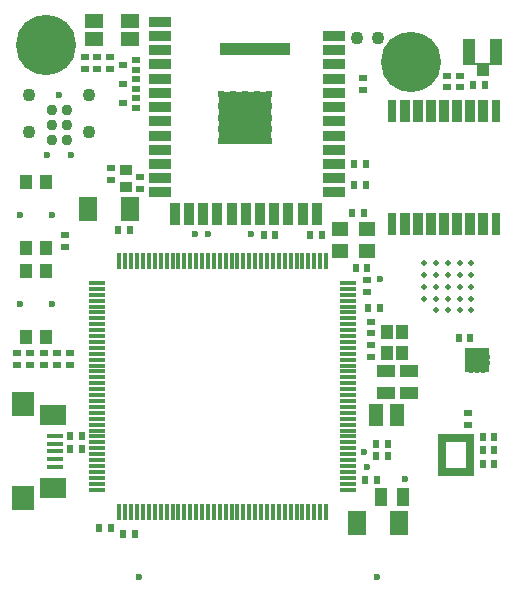
<source format=gts>
G04*
G04 #@! TF.GenerationSoftware,Altium Limited,Altium Designer,19.1.7 (138)*
G04*
G04 Layer_Color=8388736*
%FSLAX44Y44*%
%MOMM*%
G71*
G01*
G75*
%ADD41R,1.0414X2.2098*%
%ADD43R,1.4000X0.1500*%
%ADD44R,2.0828X2.0828*%
%ADD45R,6.0000X1.1000*%
%ADD46R,0.7000X0.6000*%
%ADD47C,0.6000*%
%ADD48R,1.0500X0.9000*%
%ADD49R,1.5000X2.1000*%
%ADD50R,1.6000X1.2000*%
%ADD51R,1.5000X1.0500*%
%ADD52R,1.0500X1.5000*%
%ADD53C,1.1000*%
%ADD54R,0.6000X0.7000*%
%ADD55R,1.1000X1.3000*%
%ADD56R,1.2000X1.8700*%
%ADD57R,0.7096X0.4810*%
%ADD58R,0.7096X0.4700*%
%ADD59R,0.8000X1.9000*%
%ADD60R,0.9000X1.9000*%
%ADD61R,0.6500X0.5000*%
%ADD62R,0.5000X0.6500*%
%ADD63R,0.4750X0.4500*%
%ADD64R,0.4500X0.4750*%
%ADD65C,0.5000*%
%ADD66R,1.9800X0.9130*%
%ADD67R,0.9130X1.9800*%
%ADD68R,4.5000X4.5000*%
%ADD69R,0.3500X1.4000*%
%ADD70R,1.4000X0.3500*%
%ADD71R,1.4000X1.2000*%
%ADD72C,0.9382*%
%ADD73R,1.9034X2.0050*%
%ADD74R,2.2082X1.7002*%
%ADD75R,1.4462X0.4500*%
%ADD76R,1.0906X1.1414*%
%ADD77C,5.1000*%
%ADD78C,0.6080*%
D41*
X307025Y445006D02*
D03*
X329975D02*
D03*
D43*
X318500Y434750D02*
D03*
D44*
X313944Y183642D02*
D03*
D45*
X126000Y447500D02*
D03*
D46*
X-35330Y279480D02*
D03*
Y289480D02*
D03*
X3250Y440250D02*
D03*
Y430250D02*
D03*
X-18500Y440250D02*
D03*
Y430250D02*
D03*
X-7625Y440250D02*
D03*
Y430250D02*
D03*
X-75692Y179658D02*
D03*
Y189658D02*
D03*
X-41426Y179658D02*
D03*
Y189658D02*
D03*
X-64270Y189658D02*
D03*
Y179658D02*
D03*
X-52848Y189658D02*
D03*
Y179658D02*
D03*
X288000Y424750D02*
D03*
Y414750D02*
D03*
X217000Y422500D02*
D03*
Y412500D02*
D03*
X3750Y336750D02*
D03*
Y346750D02*
D03*
X220250Y251750D02*
D03*
Y241750D02*
D03*
X224250Y216500D02*
D03*
Y206500D02*
D03*
Y186500D02*
D03*
Y196500D02*
D03*
X305750Y129000D02*
D03*
Y139000D02*
D03*
X299270Y414730D02*
D03*
Y424730D02*
D03*
X28750Y339000D02*
D03*
Y329000D02*
D03*
X-30750Y180000D02*
D03*
Y190000D02*
D03*
D47*
X220250Y93500D02*
D03*
X231500Y252250D02*
D03*
X218488Y106326D02*
D03*
X252730Y82804D02*
D03*
X122750Y291000D02*
D03*
X86000Y290500D02*
D03*
X75250D02*
D03*
X229494Y2D02*
D03*
X27494D02*
D03*
X-73496Y306764D02*
D03*
X-45996D02*
D03*
X-73496Y231580D02*
D03*
X-45996D02*
D03*
X-39910Y408364D02*
D03*
X-29750Y357564D02*
D03*
X-50070D02*
D03*
D48*
X16249Y330250D02*
D03*
X16251Y345250D02*
D03*
D49*
X212000Y46000D02*
D03*
X248000D02*
D03*
X-15750Y311500D02*
D03*
X20250D02*
D03*
D50*
X19750Y471000D02*
D03*
X-10250D02*
D03*
Y456000D02*
D03*
X19750D02*
D03*
D51*
X255918Y174790D02*
D03*
Y156290D02*
D03*
X237146Y174790D02*
D03*
Y156290D02*
D03*
D52*
X232750Y68000D02*
D03*
X251250D02*
D03*
D53*
X212500Y457000D02*
D03*
X230250Y456750D02*
D03*
X-14510Y376614D02*
D03*
Y408364D02*
D03*
X-65310D02*
D03*
Y376614D02*
D03*
D54*
X238426Y113014D02*
D03*
X228426D02*
D03*
X238252Y102366D02*
D03*
X228252D02*
D03*
X229000Y82750D02*
D03*
X219000D02*
D03*
X20250Y293750D02*
D03*
X10250D02*
D03*
X133132Y289492D02*
D03*
X143132D02*
D03*
X219860Y350198D02*
D03*
X209860D02*
D03*
X210000Y332000D02*
D03*
X220000D02*
D03*
X182318Y289750D02*
D03*
X172318D02*
D03*
X14000Y36750D02*
D03*
X24000D02*
D03*
X3500Y41500D02*
D03*
X-6500D02*
D03*
X-20488Y108524D02*
D03*
X-30488D02*
D03*
X-20488Y119524D02*
D03*
X-30488D02*
D03*
X221000Y262250D02*
D03*
X211000D02*
D03*
X310250Y416500D02*
D03*
X320250D02*
D03*
X298276Y202438D02*
D03*
X308276D02*
D03*
X328500Y96000D02*
D03*
X318500D02*
D03*
X318500Y118750D02*
D03*
X328500D02*
D03*
X318500Y108000D02*
D03*
X328500D02*
D03*
X217828Y308796D02*
D03*
X207828D02*
D03*
X221250Y228000D02*
D03*
X231250D02*
D03*
D55*
X237500Y207250D02*
D03*
Y190250D02*
D03*
X250500D02*
D03*
Y207250D02*
D03*
X-68246Y334764D02*
D03*
X-51246D02*
D03*
X-68246Y278764D02*
D03*
X-51246D02*
D03*
X-68246Y259580D02*
D03*
X-51246D02*
D03*
X-68246Y203580D02*
D03*
X-51246D02*
D03*
D56*
X246250Y137600D02*
D03*
X228550D02*
D03*
D57*
X14039Y401500D02*
D03*
Y417625D02*
D03*
Y433750D02*
D03*
D58*
X24961Y405500D02*
D03*
Y397500D02*
D03*
Y421626D02*
D03*
Y413624D02*
D03*
Y437751D02*
D03*
Y429749D02*
D03*
D59*
X241500Y299500D02*
D03*
X329500D02*
D03*
Y394500D02*
D03*
X241500D02*
D03*
D60*
X252500Y299500D02*
D03*
X263500D02*
D03*
X274500D02*
D03*
X285500D02*
D03*
X296500D02*
D03*
X307500D02*
D03*
X318500D02*
D03*
Y394500D02*
D03*
X307500D02*
D03*
X296500D02*
D03*
X285500D02*
D03*
X274500D02*
D03*
X263500D02*
D03*
X252500D02*
D03*
D61*
X308000Y118800D02*
D03*
Y114500D02*
D03*
Y110200D02*
D03*
Y105900D02*
D03*
Y101600D02*
D03*
Y97300D02*
D03*
Y93000D02*
D03*
Y88700D02*
D03*
X284000D02*
D03*
Y93000D02*
D03*
Y97300D02*
D03*
Y101600D02*
D03*
Y105900D02*
D03*
Y110200D02*
D03*
Y114500D02*
D03*
Y118800D02*
D03*
D62*
X302450Y89250D02*
D03*
X298150D02*
D03*
X293850D02*
D03*
X289550D02*
D03*
Y118250D02*
D03*
X293850D02*
D03*
X298150D02*
D03*
X302450D02*
D03*
D63*
X305816Y186142D02*
D03*
Y181142D02*
D03*
X322072D02*
D03*
Y186142D02*
D03*
D64*
X308944Y175514D02*
D03*
X313944D02*
D03*
X318944D02*
D03*
Y191770D02*
D03*
X313944D02*
D03*
X308944D02*
D03*
D65*
X309000Y266000D02*
D03*
Y256000D02*
D03*
Y246000D02*
D03*
Y236000D02*
D03*
Y226000D02*
D03*
X299000Y266000D02*
D03*
Y256000D02*
D03*
Y246000D02*
D03*
Y236000D02*
D03*
Y226000D02*
D03*
X289000Y266000D02*
D03*
Y256000D02*
D03*
Y246000D02*
D03*
Y236000D02*
D03*
Y226000D02*
D03*
X279000Y266000D02*
D03*
Y256000D02*
D03*
Y246000D02*
D03*
Y236000D02*
D03*
Y226000D02*
D03*
X269000Y266000D02*
D03*
Y256000D02*
D03*
Y246000D02*
D03*
Y236000D02*
D03*
D66*
X45792Y470298D02*
D03*
Y458258D02*
D03*
Y446218D02*
D03*
Y434178D02*
D03*
Y422138D02*
D03*
Y410098D02*
D03*
Y398058D02*
D03*
Y386018D02*
D03*
Y373978D02*
D03*
Y361938D02*
D03*
Y349898D02*
D03*
Y337858D02*
D03*
Y325818D02*
D03*
X193112D02*
D03*
Y337858D02*
D03*
Y349898D02*
D03*
Y361938D02*
D03*
Y373978D02*
D03*
Y386018D02*
D03*
Y398058D02*
D03*
Y410098D02*
D03*
Y422138D02*
D03*
Y434178D02*
D03*
Y446218D02*
D03*
Y458258D02*
D03*
D67*
X57827Y307428D02*
D03*
X69867D02*
D03*
X81907D02*
D03*
X93947D02*
D03*
X105987D02*
D03*
X118027D02*
D03*
X130067D02*
D03*
X142107D02*
D03*
X154147D02*
D03*
X166187D02*
D03*
X178227D02*
D03*
D68*
X117380Y389270D02*
D03*
D69*
X181000Y268000D02*
D03*
X186000D02*
D03*
X116000D02*
D03*
X121000D02*
D03*
X126000D02*
D03*
X176000D02*
D03*
X171000D02*
D03*
X166000D02*
D03*
X161000D02*
D03*
X156000D02*
D03*
X151000D02*
D03*
X146000D02*
D03*
X141000D02*
D03*
X136000D02*
D03*
X131000D02*
D03*
X111000D02*
D03*
X106000D02*
D03*
X101000D02*
D03*
X96000D02*
D03*
X91000D02*
D03*
X86000D02*
D03*
X81000D02*
D03*
X76000D02*
D03*
X71000D02*
D03*
X66000D02*
D03*
X61000D02*
D03*
X56000D02*
D03*
X51000D02*
D03*
X46000D02*
D03*
X41000D02*
D03*
X36000D02*
D03*
X31000D02*
D03*
X26000D02*
D03*
X21000D02*
D03*
X16000D02*
D03*
X11000D02*
D03*
X11000Y55500D02*
D03*
X16000D02*
D03*
X21000D02*
D03*
X26000D02*
D03*
X31000D02*
D03*
X36000D02*
D03*
X41000D02*
D03*
X46000D02*
D03*
X51000D02*
D03*
X56000D02*
D03*
X61000D02*
D03*
X66000D02*
D03*
X71000D02*
D03*
X76000D02*
D03*
X81000D02*
D03*
X86000D02*
D03*
X91000D02*
D03*
X96000D02*
D03*
X101000D02*
D03*
X106000D02*
D03*
X111000D02*
D03*
X116000D02*
D03*
X121000D02*
D03*
X126000D02*
D03*
X131000D02*
D03*
X136000D02*
D03*
X141000D02*
D03*
X146000D02*
D03*
X151000D02*
D03*
X156000D02*
D03*
X161000D02*
D03*
X166000D02*
D03*
X171000D02*
D03*
X176000D02*
D03*
X181000D02*
D03*
X186000D02*
D03*
D70*
X204750Y74250D02*
D03*
Y79250D02*
D03*
Y84250D02*
D03*
Y89250D02*
D03*
Y94250D02*
D03*
Y99250D02*
D03*
Y104250D02*
D03*
Y109250D02*
D03*
Y114250D02*
D03*
Y119250D02*
D03*
Y124250D02*
D03*
Y129250D02*
D03*
Y134250D02*
D03*
Y139250D02*
D03*
Y144250D02*
D03*
Y149250D02*
D03*
Y154250D02*
D03*
Y159250D02*
D03*
Y164250D02*
D03*
Y169250D02*
D03*
Y174250D02*
D03*
Y179250D02*
D03*
Y184250D02*
D03*
Y189250D02*
D03*
Y194250D02*
D03*
Y199250D02*
D03*
Y204250D02*
D03*
Y209250D02*
D03*
Y214250D02*
D03*
Y219250D02*
D03*
Y224250D02*
D03*
Y229250D02*
D03*
Y234250D02*
D03*
Y239250D02*
D03*
Y244250D02*
D03*
Y249250D02*
D03*
X-7750D02*
D03*
Y244250D02*
D03*
Y239250D02*
D03*
Y234250D02*
D03*
Y229250D02*
D03*
Y224250D02*
D03*
Y219250D02*
D03*
Y214250D02*
D03*
Y209250D02*
D03*
Y204250D02*
D03*
Y199250D02*
D03*
Y194250D02*
D03*
Y189250D02*
D03*
Y184250D02*
D03*
Y179250D02*
D03*
Y174250D02*
D03*
Y169250D02*
D03*
Y164250D02*
D03*
Y159250D02*
D03*
Y154250D02*
D03*
Y149250D02*
D03*
Y144250D02*
D03*
Y139250D02*
D03*
Y134250D02*
D03*
Y129250D02*
D03*
Y124250D02*
D03*
Y119250D02*
D03*
Y114250D02*
D03*
Y109250D02*
D03*
Y104250D02*
D03*
Y99250D02*
D03*
Y94250D02*
D03*
Y89250D02*
D03*
Y84250D02*
D03*
Y79250D02*
D03*
Y74250D02*
D03*
D71*
X220796Y294996D02*
D03*
X197796D02*
D03*
Y275996D02*
D03*
X220796D02*
D03*
D72*
X-46260Y395664D02*
D03*
X-33560Y395864D02*
D03*
Y382964D02*
D03*
Y370264D02*
D03*
X-46260Y382964D02*
D03*
Y370264D02*
D03*
D73*
X-70182Y66745D02*
D03*
Y146755D02*
D03*
D74*
X-44782Y75762D02*
D03*
Y137738D02*
D03*
D75*
X-43512Y93750D02*
D03*
Y100250D02*
D03*
Y106750D02*
D03*
Y113250D02*
D03*
Y119750D02*
D03*
D76*
X318500Y429756D02*
D03*
D77*
X258250Y436000D02*
D03*
X-51500Y450500D02*
D03*
D78*
X137380Y389270D02*
D03*
Y399270D02*
D03*
Y409270D02*
D03*
Y379270D02*
D03*
Y369270D02*
D03*
X127380Y389270D02*
D03*
Y399270D02*
D03*
Y409270D02*
D03*
Y379270D02*
D03*
Y369270D02*
D03*
X97380Y389270D02*
D03*
Y399270D02*
D03*
Y409270D02*
D03*
Y379270D02*
D03*
Y369270D02*
D03*
X107380Y389270D02*
D03*
Y399270D02*
D03*
Y409270D02*
D03*
Y379270D02*
D03*
Y369270D02*
D03*
X117380D02*
D03*
Y379270D02*
D03*
Y409270D02*
D03*
Y399270D02*
D03*
Y389270D02*
D03*
M02*

</source>
